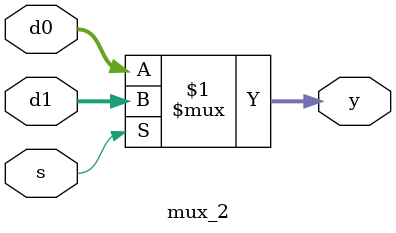
<source format=sv>
`timescale 1ns / 1ps


module mux_2(input logic [7:0] d0, d1,
    input logic s,
    output logic [7:0] y);
    
    assign y = s ? d1 : d0;
endmodule
</source>
